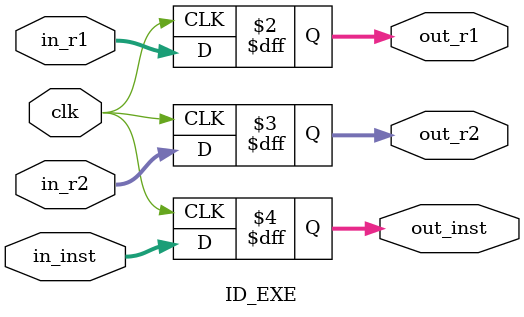
<source format=v>
/* 		
		CODED BY Joseph A. 
		GitHub: J-oseph
		February 20, 2022.
*/
`define DW  32
`define IW  32
`timescale 1ps/1ps
module ID_EXE(
	input wire 				clk,	
	input wire [`DW-1:0] 		in_r1,	
	input wire [`DW-1:0] 		in_r2,
	input wire [`IW-1:0] 	in_inst,		
	output reg [`DW-1:0] 		out_r1,	
	output reg [`DW-1:0] 		out_r2,
	output reg [`IW-1:0] 	out_inst
	
);

	always @(posedge clk) begin
		out_r1 	<= #5 in_r1;
		out_r2 	<= #5 in_r2;
		out_inst <= #5 in_inst;
	end

endmodule
</source>
